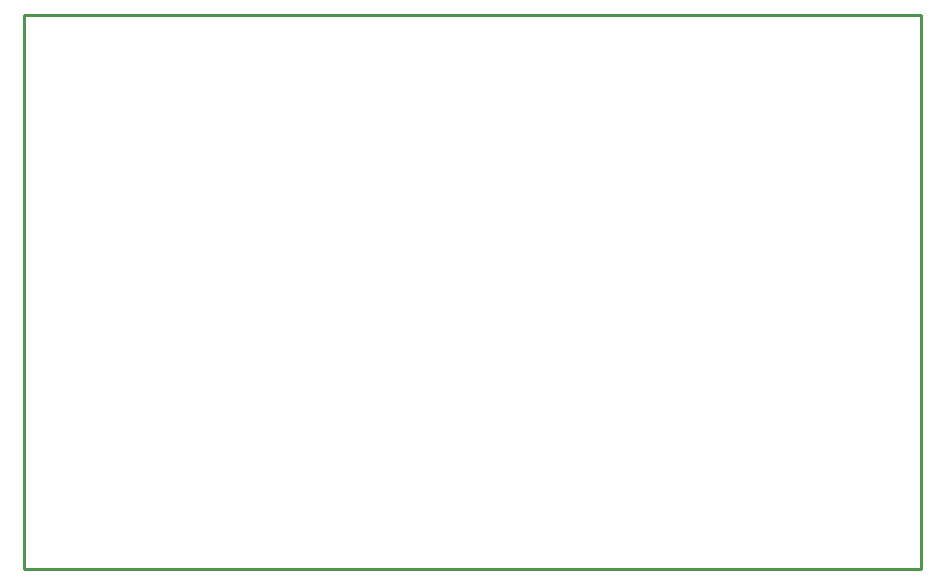
<source format=gko>
G04 Layer: BoardOutline*
G04 EasyEDA v6.4.25, 2021-09-30T02:14:20--7:00*
G04 e4d4b5d2720f487c87a9f93e3858acc5,1c607ed5ed934db7a0414c4b005609ca,10*
G04 Gerber Generator version 0.2*
G04 Scale: 100 percent, Rotated: No, Reflected: No *
G04 Dimensions in inches *
G04 leading zeros omitted , absolute positions ,3 integer and 6 decimal *
%FSLAX36Y36*%
%MOIN*%

%ADD10C,0.0100*%
D10*
X0Y0D02*
G01*
X2990000Y0D01*
X2990000Y-1845000D01*
X0Y-1845000D02*
G01*
X0Y0D01*
X2990000Y-1845000D02*
G01*
X0Y-1845000D01*

%LPD*%
M02*

</source>
